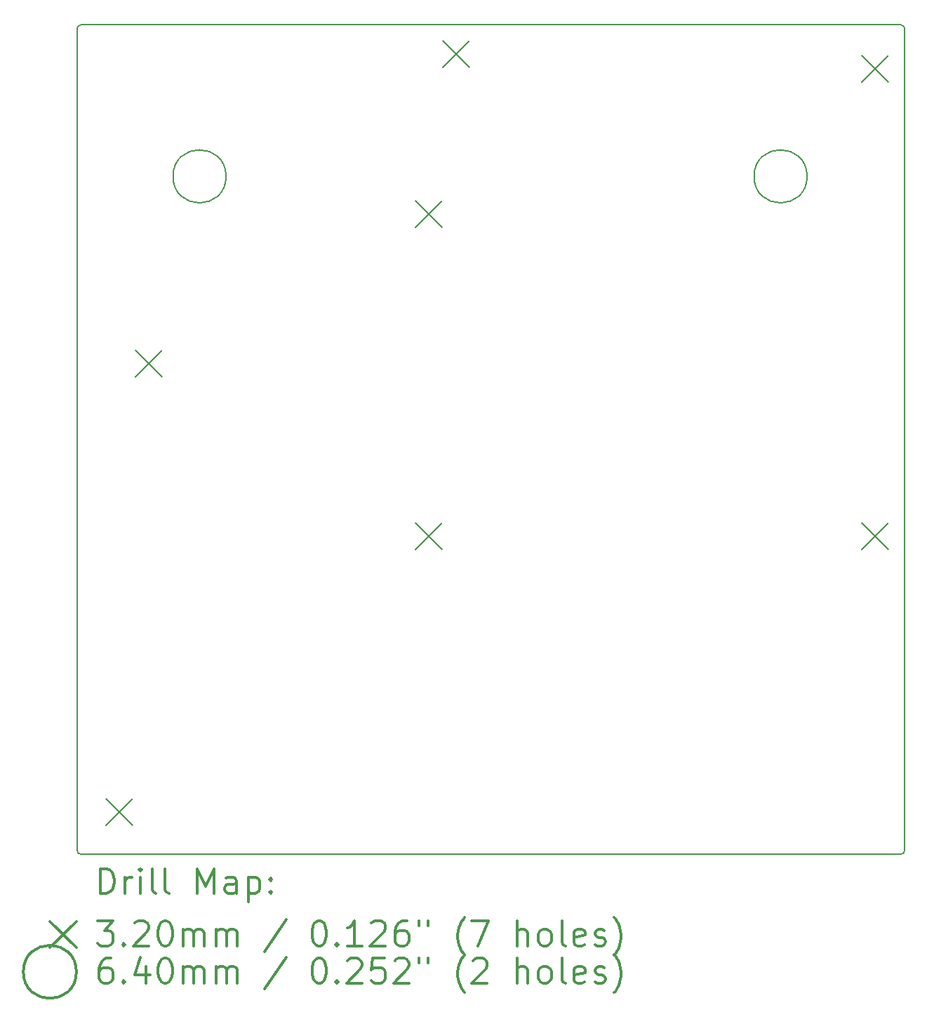
<source format=gbr>
%FSLAX45Y45*%
G04 Gerber Fmt 4.5, Leading zero omitted, Abs format (unit mm)*
G04 Created by KiCad (PCBNEW (5.1.9)-1) date 2021-06-17 16:54:11*
%MOMM*%
%LPD*%
G01*
G04 APERTURE LIST*
%TA.AperFunction,Profile*%
%ADD10C,0.150000*%
%TD*%
%ADD11C,0.200000*%
%ADD12C,0.300000*%
G04 APERTURE END LIST*
D10*
X17551400Y-5283200D02*
X7665720Y-5283200D01*
X17602200Y-15240000D02*
X17602200Y-5334000D01*
X17551400Y-15290800D02*
X7665720Y-15290800D01*
X7665720Y-15290800D02*
G75*
G02*
X7614920Y-15240000I0J50800D01*
G01*
X7614920Y-5334000D02*
X7614920Y-15240000D01*
X7614920Y-5334000D02*
G75*
G02*
X7665720Y-5283200I50800J0D01*
G01*
X17551400Y-5283200D02*
G75*
G02*
X17602200Y-5334000I0J-50800D01*
G01*
X17602200Y-15240000D02*
G75*
G02*
X17551400Y-15290800I-50800J0D01*
G01*
D11*
X7968000Y-14622800D02*
X8288000Y-14942800D01*
X8288000Y-14622800D02*
X7968000Y-14942800D01*
X8323600Y-9212600D02*
X8643600Y-9532600D01*
X8643600Y-9212600D02*
X8323600Y-9532600D01*
X11701800Y-7409200D02*
X12021800Y-7729200D01*
X12021800Y-7409200D02*
X11701800Y-7729200D01*
X11701800Y-11295400D02*
X12021800Y-11615400D01*
X12021800Y-11295400D02*
X11701800Y-11615400D01*
X12032000Y-5478800D02*
X12352000Y-5798800D01*
X12352000Y-5478800D02*
X12032000Y-5798800D01*
X17086600Y-5656600D02*
X17406600Y-5976600D01*
X17406600Y-5656600D02*
X17086600Y-5976600D01*
X17086600Y-11295400D02*
X17406600Y-11615400D01*
X17406600Y-11295400D02*
X17086600Y-11615400D01*
X9413200Y-7112000D02*
G75*
G03*
X9413200Y-7112000I-320000J0D01*
G01*
X16423600Y-7112000D02*
G75*
G03*
X16423600Y-7112000I-320000J0D01*
G01*
D12*
X7893848Y-15764014D02*
X7893848Y-15464014D01*
X7965277Y-15464014D01*
X8008134Y-15478300D01*
X8036706Y-15506871D01*
X8050991Y-15535443D01*
X8065277Y-15592586D01*
X8065277Y-15635443D01*
X8050991Y-15692586D01*
X8036706Y-15721157D01*
X8008134Y-15749729D01*
X7965277Y-15764014D01*
X7893848Y-15764014D01*
X8193848Y-15764014D02*
X8193848Y-15564014D01*
X8193848Y-15621157D02*
X8208134Y-15592586D01*
X8222420Y-15578300D01*
X8250991Y-15564014D01*
X8279563Y-15564014D01*
X8379563Y-15764014D02*
X8379563Y-15564014D01*
X8379563Y-15464014D02*
X8365277Y-15478300D01*
X8379563Y-15492586D01*
X8393848Y-15478300D01*
X8379563Y-15464014D01*
X8379563Y-15492586D01*
X8565277Y-15764014D02*
X8536706Y-15749729D01*
X8522420Y-15721157D01*
X8522420Y-15464014D01*
X8722420Y-15764014D02*
X8693848Y-15749729D01*
X8679563Y-15721157D01*
X8679563Y-15464014D01*
X9065277Y-15764014D02*
X9065277Y-15464014D01*
X9165277Y-15678300D01*
X9265277Y-15464014D01*
X9265277Y-15764014D01*
X9536706Y-15764014D02*
X9536706Y-15606871D01*
X9522420Y-15578300D01*
X9493848Y-15564014D01*
X9436706Y-15564014D01*
X9408134Y-15578300D01*
X9536706Y-15749729D02*
X9508134Y-15764014D01*
X9436706Y-15764014D01*
X9408134Y-15749729D01*
X9393848Y-15721157D01*
X9393848Y-15692586D01*
X9408134Y-15664014D01*
X9436706Y-15649729D01*
X9508134Y-15649729D01*
X9536706Y-15635443D01*
X9679563Y-15564014D02*
X9679563Y-15864014D01*
X9679563Y-15578300D02*
X9708134Y-15564014D01*
X9765277Y-15564014D01*
X9793848Y-15578300D01*
X9808134Y-15592586D01*
X9822420Y-15621157D01*
X9822420Y-15706871D01*
X9808134Y-15735443D01*
X9793848Y-15749729D01*
X9765277Y-15764014D01*
X9708134Y-15764014D01*
X9679563Y-15749729D01*
X9950991Y-15735443D02*
X9965277Y-15749729D01*
X9950991Y-15764014D01*
X9936706Y-15749729D01*
X9950991Y-15735443D01*
X9950991Y-15764014D01*
X9950991Y-15578300D02*
X9965277Y-15592586D01*
X9950991Y-15606871D01*
X9936706Y-15592586D01*
X9950991Y-15578300D01*
X9950991Y-15606871D01*
X7287420Y-16098300D02*
X7607420Y-16418300D01*
X7607420Y-16098300D02*
X7287420Y-16418300D01*
X7865277Y-16094014D02*
X8050991Y-16094014D01*
X7950991Y-16208300D01*
X7993848Y-16208300D01*
X8022420Y-16222586D01*
X8036706Y-16236871D01*
X8050991Y-16265443D01*
X8050991Y-16336871D01*
X8036706Y-16365443D01*
X8022420Y-16379729D01*
X7993848Y-16394014D01*
X7908134Y-16394014D01*
X7879563Y-16379729D01*
X7865277Y-16365443D01*
X8179563Y-16365443D02*
X8193848Y-16379729D01*
X8179563Y-16394014D01*
X8165277Y-16379729D01*
X8179563Y-16365443D01*
X8179563Y-16394014D01*
X8308134Y-16122586D02*
X8322420Y-16108300D01*
X8350991Y-16094014D01*
X8422420Y-16094014D01*
X8450991Y-16108300D01*
X8465277Y-16122586D01*
X8479563Y-16151157D01*
X8479563Y-16179729D01*
X8465277Y-16222586D01*
X8293848Y-16394014D01*
X8479563Y-16394014D01*
X8665277Y-16094014D02*
X8693848Y-16094014D01*
X8722420Y-16108300D01*
X8736706Y-16122586D01*
X8750991Y-16151157D01*
X8765277Y-16208300D01*
X8765277Y-16279729D01*
X8750991Y-16336871D01*
X8736706Y-16365443D01*
X8722420Y-16379729D01*
X8693848Y-16394014D01*
X8665277Y-16394014D01*
X8636706Y-16379729D01*
X8622420Y-16365443D01*
X8608134Y-16336871D01*
X8593848Y-16279729D01*
X8593848Y-16208300D01*
X8608134Y-16151157D01*
X8622420Y-16122586D01*
X8636706Y-16108300D01*
X8665277Y-16094014D01*
X8893848Y-16394014D02*
X8893848Y-16194014D01*
X8893848Y-16222586D02*
X8908134Y-16208300D01*
X8936706Y-16194014D01*
X8979563Y-16194014D01*
X9008134Y-16208300D01*
X9022420Y-16236871D01*
X9022420Y-16394014D01*
X9022420Y-16236871D02*
X9036706Y-16208300D01*
X9065277Y-16194014D01*
X9108134Y-16194014D01*
X9136706Y-16208300D01*
X9150991Y-16236871D01*
X9150991Y-16394014D01*
X9293848Y-16394014D02*
X9293848Y-16194014D01*
X9293848Y-16222586D02*
X9308134Y-16208300D01*
X9336706Y-16194014D01*
X9379563Y-16194014D01*
X9408134Y-16208300D01*
X9422420Y-16236871D01*
X9422420Y-16394014D01*
X9422420Y-16236871D02*
X9436706Y-16208300D01*
X9465277Y-16194014D01*
X9508134Y-16194014D01*
X9536706Y-16208300D01*
X9550991Y-16236871D01*
X9550991Y-16394014D01*
X10136706Y-16079729D02*
X9879563Y-16465443D01*
X10522420Y-16094014D02*
X10550991Y-16094014D01*
X10579563Y-16108300D01*
X10593848Y-16122586D01*
X10608134Y-16151157D01*
X10622420Y-16208300D01*
X10622420Y-16279729D01*
X10608134Y-16336871D01*
X10593848Y-16365443D01*
X10579563Y-16379729D01*
X10550991Y-16394014D01*
X10522420Y-16394014D01*
X10493848Y-16379729D01*
X10479563Y-16365443D01*
X10465277Y-16336871D01*
X10450991Y-16279729D01*
X10450991Y-16208300D01*
X10465277Y-16151157D01*
X10479563Y-16122586D01*
X10493848Y-16108300D01*
X10522420Y-16094014D01*
X10750991Y-16365443D02*
X10765277Y-16379729D01*
X10750991Y-16394014D01*
X10736706Y-16379729D01*
X10750991Y-16365443D01*
X10750991Y-16394014D01*
X11050991Y-16394014D02*
X10879563Y-16394014D01*
X10965277Y-16394014D02*
X10965277Y-16094014D01*
X10936706Y-16136871D01*
X10908134Y-16165443D01*
X10879563Y-16179729D01*
X11165277Y-16122586D02*
X11179563Y-16108300D01*
X11208134Y-16094014D01*
X11279563Y-16094014D01*
X11308134Y-16108300D01*
X11322420Y-16122586D01*
X11336706Y-16151157D01*
X11336706Y-16179729D01*
X11322420Y-16222586D01*
X11150991Y-16394014D01*
X11336706Y-16394014D01*
X11593848Y-16094014D02*
X11536706Y-16094014D01*
X11508134Y-16108300D01*
X11493848Y-16122586D01*
X11465277Y-16165443D01*
X11450991Y-16222586D01*
X11450991Y-16336871D01*
X11465277Y-16365443D01*
X11479563Y-16379729D01*
X11508134Y-16394014D01*
X11565277Y-16394014D01*
X11593848Y-16379729D01*
X11608134Y-16365443D01*
X11622420Y-16336871D01*
X11622420Y-16265443D01*
X11608134Y-16236871D01*
X11593848Y-16222586D01*
X11565277Y-16208300D01*
X11508134Y-16208300D01*
X11479563Y-16222586D01*
X11465277Y-16236871D01*
X11450991Y-16265443D01*
X11736706Y-16094014D02*
X11736706Y-16151157D01*
X11850991Y-16094014D02*
X11850991Y-16151157D01*
X12293848Y-16508300D02*
X12279563Y-16494014D01*
X12250991Y-16451157D01*
X12236706Y-16422586D01*
X12222420Y-16379729D01*
X12208134Y-16308300D01*
X12208134Y-16251157D01*
X12222420Y-16179729D01*
X12236706Y-16136871D01*
X12250991Y-16108300D01*
X12279563Y-16065443D01*
X12293848Y-16051157D01*
X12379563Y-16094014D02*
X12579563Y-16094014D01*
X12450991Y-16394014D01*
X12922420Y-16394014D02*
X12922420Y-16094014D01*
X13050991Y-16394014D02*
X13050991Y-16236871D01*
X13036706Y-16208300D01*
X13008134Y-16194014D01*
X12965277Y-16194014D01*
X12936706Y-16208300D01*
X12922420Y-16222586D01*
X13236706Y-16394014D02*
X13208134Y-16379729D01*
X13193848Y-16365443D01*
X13179563Y-16336871D01*
X13179563Y-16251157D01*
X13193848Y-16222586D01*
X13208134Y-16208300D01*
X13236706Y-16194014D01*
X13279563Y-16194014D01*
X13308134Y-16208300D01*
X13322420Y-16222586D01*
X13336706Y-16251157D01*
X13336706Y-16336871D01*
X13322420Y-16365443D01*
X13308134Y-16379729D01*
X13279563Y-16394014D01*
X13236706Y-16394014D01*
X13508134Y-16394014D02*
X13479563Y-16379729D01*
X13465277Y-16351157D01*
X13465277Y-16094014D01*
X13736706Y-16379729D02*
X13708134Y-16394014D01*
X13650991Y-16394014D01*
X13622420Y-16379729D01*
X13608134Y-16351157D01*
X13608134Y-16236871D01*
X13622420Y-16208300D01*
X13650991Y-16194014D01*
X13708134Y-16194014D01*
X13736706Y-16208300D01*
X13750991Y-16236871D01*
X13750991Y-16265443D01*
X13608134Y-16294014D01*
X13865277Y-16379729D02*
X13893848Y-16394014D01*
X13950991Y-16394014D01*
X13979563Y-16379729D01*
X13993848Y-16351157D01*
X13993848Y-16336871D01*
X13979563Y-16308300D01*
X13950991Y-16294014D01*
X13908134Y-16294014D01*
X13879563Y-16279729D01*
X13865277Y-16251157D01*
X13865277Y-16236871D01*
X13879563Y-16208300D01*
X13908134Y-16194014D01*
X13950991Y-16194014D01*
X13979563Y-16208300D01*
X14093848Y-16508300D02*
X14108134Y-16494014D01*
X14136706Y-16451157D01*
X14150991Y-16422586D01*
X14165277Y-16379729D01*
X14179563Y-16308300D01*
X14179563Y-16251157D01*
X14165277Y-16179729D01*
X14150991Y-16136871D01*
X14136706Y-16108300D01*
X14108134Y-16065443D01*
X14093848Y-16051157D01*
X7607420Y-16708300D02*
G75*
G03*
X7607420Y-16708300I-320000J0D01*
G01*
X8022420Y-16544014D02*
X7965277Y-16544014D01*
X7936706Y-16558300D01*
X7922420Y-16572586D01*
X7893848Y-16615443D01*
X7879563Y-16672586D01*
X7879563Y-16786872D01*
X7893848Y-16815443D01*
X7908134Y-16829729D01*
X7936706Y-16844014D01*
X7993848Y-16844014D01*
X8022420Y-16829729D01*
X8036706Y-16815443D01*
X8050991Y-16786872D01*
X8050991Y-16715443D01*
X8036706Y-16686871D01*
X8022420Y-16672586D01*
X7993848Y-16658300D01*
X7936706Y-16658300D01*
X7908134Y-16672586D01*
X7893848Y-16686871D01*
X7879563Y-16715443D01*
X8179563Y-16815443D02*
X8193848Y-16829729D01*
X8179563Y-16844014D01*
X8165277Y-16829729D01*
X8179563Y-16815443D01*
X8179563Y-16844014D01*
X8450991Y-16644014D02*
X8450991Y-16844014D01*
X8379563Y-16529729D02*
X8308134Y-16744014D01*
X8493848Y-16744014D01*
X8665277Y-16544014D02*
X8693848Y-16544014D01*
X8722420Y-16558300D01*
X8736706Y-16572586D01*
X8750991Y-16601157D01*
X8765277Y-16658300D01*
X8765277Y-16729729D01*
X8750991Y-16786872D01*
X8736706Y-16815443D01*
X8722420Y-16829729D01*
X8693848Y-16844014D01*
X8665277Y-16844014D01*
X8636706Y-16829729D01*
X8622420Y-16815443D01*
X8608134Y-16786872D01*
X8593848Y-16729729D01*
X8593848Y-16658300D01*
X8608134Y-16601157D01*
X8622420Y-16572586D01*
X8636706Y-16558300D01*
X8665277Y-16544014D01*
X8893848Y-16844014D02*
X8893848Y-16644014D01*
X8893848Y-16672586D02*
X8908134Y-16658300D01*
X8936706Y-16644014D01*
X8979563Y-16644014D01*
X9008134Y-16658300D01*
X9022420Y-16686871D01*
X9022420Y-16844014D01*
X9022420Y-16686871D02*
X9036706Y-16658300D01*
X9065277Y-16644014D01*
X9108134Y-16644014D01*
X9136706Y-16658300D01*
X9150991Y-16686871D01*
X9150991Y-16844014D01*
X9293848Y-16844014D02*
X9293848Y-16644014D01*
X9293848Y-16672586D02*
X9308134Y-16658300D01*
X9336706Y-16644014D01*
X9379563Y-16644014D01*
X9408134Y-16658300D01*
X9422420Y-16686871D01*
X9422420Y-16844014D01*
X9422420Y-16686871D02*
X9436706Y-16658300D01*
X9465277Y-16644014D01*
X9508134Y-16644014D01*
X9536706Y-16658300D01*
X9550991Y-16686871D01*
X9550991Y-16844014D01*
X10136706Y-16529729D02*
X9879563Y-16915443D01*
X10522420Y-16544014D02*
X10550991Y-16544014D01*
X10579563Y-16558300D01*
X10593848Y-16572586D01*
X10608134Y-16601157D01*
X10622420Y-16658300D01*
X10622420Y-16729729D01*
X10608134Y-16786872D01*
X10593848Y-16815443D01*
X10579563Y-16829729D01*
X10550991Y-16844014D01*
X10522420Y-16844014D01*
X10493848Y-16829729D01*
X10479563Y-16815443D01*
X10465277Y-16786872D01*
X10450991Y-16729729D01*
X10450991Y-16658300D01*
X10465277Y-16601157D01*
X10479563Y-16572586D01*
X10493848Y-16558300D01*
X10522420Y-16544014D01*
X10750991Y-16815443D02*
X10765277Y-16829729D01*
X10750991Y-16844014D01*
X10736706Y-16829729D01*
X10750991Y-16815443D01*
X10750991Y-16844014D01*
X10879563Y-16572586D02*
X10893848Y-16558300D01*
X10922420Y-16544014D01*
X10993848Y-16544014D01*
X11022420Y-16558300D01*
X11036706Y-16572586D01*
X11050991Y-16601157D01*
X11050991Y-16629729D01*
X11036706Y-16672586D01*
X10865277Y-16844014D01*
X11050991Y-16844014D01*
X11322420Y-16544014D02*
X11179563Y-16544014D01*
X11165277Y-16686871D01*
X11179563Y-16672586D01*
X11208134Y-16658300D01*
X11279563Y-16658300D01*
X11308134Y-16672586D01*
X11322420Y-16686871D01*
X11336706Y-16715443D01*
X11336706Y-16786872D01*
X11322420Y-16815443D01*
X11308134Y-16829729D01*
X11279563Y-16844014D01*
X11208134Y-16844014D01*
X11179563Y-16829729D01*
X11165277Y-16815443D01*
X11450991Y-16572586D02*
X11465277Y-16558300D01*
X11493848Y-16544014D01*
X11565277Y-16544014D01*
X11593848Y-16558300D01*
X11608134Y-16572586D01*
X11622420Y-16601157D01*
X11622420Y-16629729D01*
X11608134Y-16672586D01*
X11436706Y-16844014D01*
X11622420Y-16844014D01*
X11736706Y-16544014D02*
X11736706Y-16601157D01*
X11850991Y-16544014D02*
X11850991Y-16601157D01*
X12293848Y-16958300D02*
X12279563Y-16944014D01*
X12250991Y-16901157D01*
X12236706Y-16872586D01*
X12222420Y-16829729D01*
X12208134Y-16758300D01*
X12208134Y-16701157D01*
X12222420Y-16629729D01*
X12236706Y-16586871D01*
X12250991Y-16558300D01*
X12279563Y-16515443D01*
X12293848Y-16501157D01*
X12393848Y-16572586D02*
X12408134Y-16558300D01*
X12436706Y-16544014D01*
X12508134Y-16544014D01*
X12536706Y-16558300D01*
X12550991Y-16572586D01*
X12565277Y-16601157D01*
X12565277Y-16629729D01*
X12550991Y-16672586D01*
X12379563Y-16844014D01*
X12565277Y-16844014D01*
X12922420Y-16844014D02*
X12922420Y-16544014D01*
X13050991Y-16844014D02*
X13050991Y-16686871D01*
X13036706Y-16658300D01*
X13008134Y-16644014D01*
X12965277Y-16644014D01*
X12936706Y-16658300D01*
X12922420Y-16672586D01*
X13236706Y-16844014D02*
X13208134Y-16829729D01*
X13193848Y-16815443D01*
X13179563Y-16786872D01*
X13179563Y-16701157D01*
X13193848Y-16672586D01*
X13208134Y-16658300D01*
X13236706Y-16644014D01*
X13279563Y-16644014D01*
X13308134Y-16658300D01*
X13322420Y-16672586D01*
X13336706Y-16701157D01*
X13336706Y-16786872D01*
X13322420Y-16815443D01*
X13308134Y-16829729D01*
X13279563Y-16844014D01*
X13236706Y-16844014D01*
X13508134Y-16844014D02*
X13479563Y-16829729D01*
X13465277Y-16801157D01*
X13465277Y-16544014D01*
X13736706Y-16829729D02*
X13708134Y-16844014D01*
X13650991Y-16844014D01*
X13622420Y-16829729D01*
X13608134Y-16801157D01*
X13608134Y-16686871D01*
X13622420Y-16658300D01*
X13650991Y-16644014D01*
X13708134Y-16644014D01*
X13736706Y-16658300D01*
X13750991Y-16686871D01*
X13750991Y-16715443D01*
X13608134Y-16744014D01*
X13865277Y-16829729D02*
X13893848Y-16844014D01*
X13950991Y-16844014D01*
X13979563Y-16829729D01*
X13993848Y-16801157D01*
X13993848Y-16786872D01*
X13979563Y-16758300D01*
X13950991Y-16744014D01*
X13908134Y-16744014D01*
X13879563Y-16729729D01*
X13865277Y-16701157D01*
X13865277Y-16686871D01*
X13879563Y-16658300D01*
X13908134Y-16644014D01*
X13950991Y-16644014D01*
X13979563Y-16658300D01*
X14093848Y-16958300D02*
X14108134Y-16944014D01*
X14136706Y-16901157D01*
X14150991Y-16872586D01*
X14165277Y-16829729D01*
X14179563Y-16758300D01*
X14179563Y-16701157D01*
X14165277Y-16629729D01*
X14150991Y-16586871D01*
X14136706Y-16558300D01*
X14108134Y-16515443D01*
X14093848Y-16501157D01*
M02*

</source>
